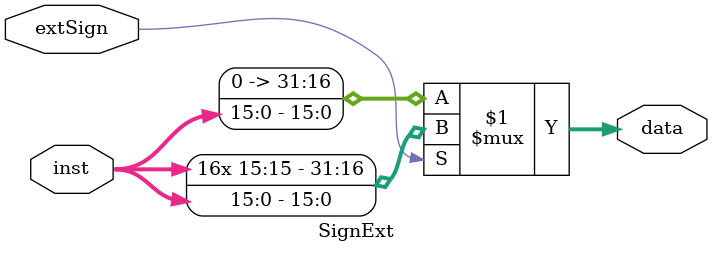
<source format=v>
`timescale 1ns / 1ps


module SignExt(
    input extSign,
    input [15 : 0] inst,
    output [31 : 0] data
    );
    assign data = (extSign ? { {16 {inst[15]}}, inst[15 : 0] } : { 16'h0000, inst[15 : 0] });
endmodule

</source>
